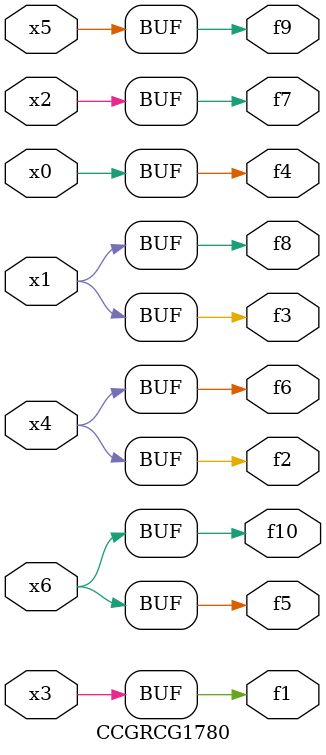
<source format=v>
module CCGRCG1780(
	input x0, x1, x2, x3, x4, x5, x6,
	output f1, f2, f3, f4, f5, f6, f7, f8, f9, f10
);
	assign f1 = x3;
	assign f2 = x4;
	assign f3 = x1;
	assign f4 = x0;
	assign f5 = x6;
	assign f6 = x4;
	assign f7 = x2;
	assign f8 = x1;
	assign f9 = x5;
	assign f10 = x6;
endmodule

</source>
